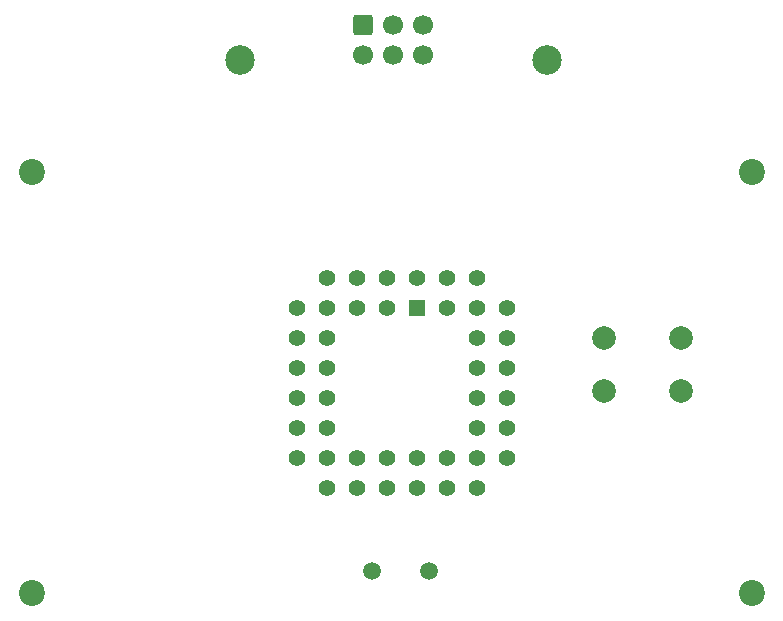
<source format=gbr>
%TF.GenerationSoftware,KiCad,Pcbnew,7.0.10*%
%TF.CreationDate,2024-03-24T11:08:13+01:00*%
%TF.ProjectId,dmg-gbc-cartridge-reader.kicad_pro,646d672d-6762-4632-9d63-617274726964,rev?*%
%TF.SameCoordinates,Original*%
%TF.FileFunction,Soldermask,Bot*%
%TF.FilePolarity,Negative*%
%FSLAX46Y46*%
G04 Gerber Fmt 4.6, Leading zero omitted, Abs format (unit mm)*
G04 Created by KiCad (PCBNEW 7.0.10) date 2024-03-24 11:08:13*
%MOMM*%
%LPD*%
G01*
G04 APERTURE LIST*
G04 Aperture macros list*
%AMRoundRect*
0 Rectangle with rounded corners*
0 $1 Rounding radius*
0 $2 $3 $4 $5 $6 $7 $8 $9 X,Y pos of 4 corners*
0 Add a 4 corners polygon primitive as box body*
4,1,4,$2,$3,$4,$5,$6,$7,$8,$9,$2,$3,0*
0 Add four circle primitives for the rounded corners*
1,1,$1+$1,$2,$3*
1,1,$1+$1,$4,$5*
1,1,$1+$1,$6,$7*
1,1,$1+$1,$8,$9*
0 Add four rect primitives between the rounded corners*
20,1,$1+$1,$2,$3,$4,$5,0*
20,1,$1+$1,$4,$5,$6,$7,0*
20,1,$1+$1,$6,$7,$8,$9,0*
20,1,$1+$1,$8,$9,$2,$3,0*%
G04 Aperture macros list end*
%ADD10C,2.500000*%
%ADD11R,1.422400X1.422400*%
%ADD12C,1.422400*%
%ADD13C,1.500000*%
%ADD14C,2.000000*%
%ADD15C,1.700000*%
%ADD16RoundRect,0.250000X-0.600000X0.600000X-0.600000X-0.600000X0.600000X-0.600000X0.600000X0.600000X0*%
%ADD17C,0.001000*%
%ADD18C,2.200000*%
G04 APERTURE END LIST*
D10*
%TO.C,U1*%
X75992000Y-35528000D03*
X49992000Y-35528000D03*
%TD*%
D11*
%TO.C,U2*%
X65024000Y-56515000D03*
D12*
X62484000Y-53975000D03*
X62484000Y-56515000D03*
X59944000Y-53975000D03*
X59944000Y-56515000D03*
X57404000Y-53975000D03*
X54864000Y-56515000D03*
X57404000Y-56515000D03*
X54864000Y-59055000D03*
X57404000Y-59055000D03*
X54864000Y-61595000D03*
X57404000Y-61595000D03*
X54864000Y-64135000D03*
X57404000Y-64135000D03*
X54864000Y-66675000D03*
X57404000Y-66675000D03*
X54864000Y-69215000D03*
X57404000Y-71755000D03*
X57404000Y-69215000D03*
X59944000Y-71755000D03*
X59944000Y-69215000D03*
X62484000Y-71755000D03*
X62484000Y-69215000D03*
X65024000Y-71755000D03*
X65024000Y-69215000D03*
X67564000Y-71755000D03*
X67564000Y-69215000D03*
X70104000Y-71755000D03*
X72644000Y-69215000D03*
X70104000Y-69215000D03*
X72644000Y-66675000D03*
X70104000Y-66675000D03*
X72644000Y-64135000D03*
X70104000Y-64135000D03*
X72644000Y-61595000D03*
X70104000Y-61595000D03*
X72644000Y-59055000D03*
X70104000Y-59055000D03*
X72644000Y-56515000D03*
X70104000Y-53975000D03*
X70104000Y-56515000D03*
X67564000Y-53975000D03*
X67564000Y-56515000D03*
X65024000Y-53975000D03*
%TD*%
D13*
%TO.C,Y1*%
X61160000Y-78740000D03*
X66040000Y-78740000D03*
%TD*%
D14*
%TO.C,SW1*%
X87376000Y-59000000D03*
X87376000Y-63500000D03*
X80876000Y-59000000D03*
X80876000Y-63500000D03*
%TD*%
D15*
%TO.C,J1*%
X65532000Y-35052000D03*
X62992000Y-35052000D03*
X60452000Y-35052000D03*
X65532000Y-32512000D03*
X62992000Y-32512000D03*
D16*
X60452000Y-32512000D03*
%TD*%
D17*
%TO.C,J2*%
X44872000Y-77260000D03*
X40472000Y-77260000D03*
%TD*%
D18*
%TO.C,H4*%
X32385000Y-44958000D03*
%TD*%
%TO.C,H3*%
X32385000Y-80645000D03*
%TD*%
%TO.C,H2*%
X93345000Y-44958000D03*
%TD*%
%TO.C,H1*%
X93345000Y-80645000D03*
%TD*%
M02*

</source>
